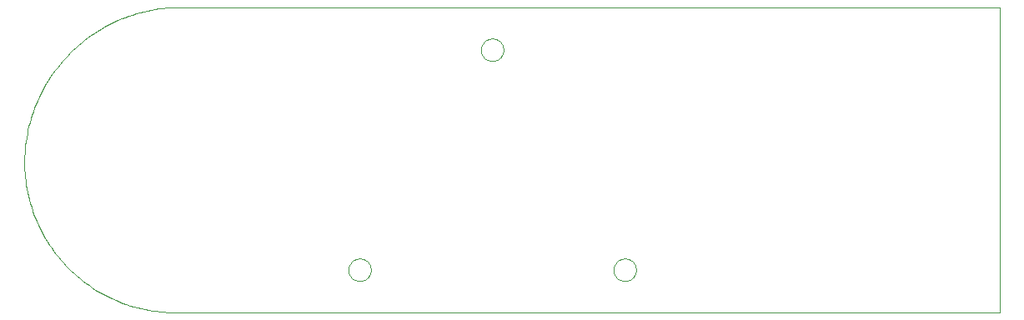
<source format=gbp>
G75*
%MOIN*%
%OFA0B0*%
%FSLAX24Y24*%
%IPPOS*%
%LPD*%
%AMOC8*
5,1,8,0,0,1.08239X$1,22.5*
%
%ADD10C,0.0000*%
D10*
X006701Y001180D02*
X039656Y001180D01*
X039656Y013385D01*
X006982Y013385D01*
X018930Y011680D02*
X018932Y011722D01*
X018938Y011764D01*
X018948Y011805D01*
X018961Y011845D01*
X018979Y011883D01*
X018999Y011920D01*
X019024Y011955D01*
X019051Y011987D01*
X019081Y012016D01*
X019114Y012043D01*
X019149Y012066D01*
X019186Y012086D01*
X019225Y012102D01*
X019265Y012115D01*
X019306Y012124D01*
X019348Y012129D01*
X019391Y012130D01*
X019433Y012127D01*
X019474Y012120D01*
X019515Y012109D01*
X019555Y012095D01*
X019593Y012077D01*
X019629Y012055D01*
X019663Y012030D01*
X019694Y012002D01*
X019723Y011971D01*
X019749Y011938D01*
X019771Y011902D01*
X019791Y011864D01*
X019806Y011825D01*
X019818Y011785D01*
X019826Y011743D01*
X019830Y011701D01*
X019830Y011659D01*
X019826Y011617D01*
X019818Y011575D01*
X019806Y011535D01*
X019791Y011496D01*
X019771Y011458D01*
X019749Y011422D01*
X019723Y011389D01*
X019694Y011358D01*
X019663Y011330D01*
X019629Y011305D01*
X019593Y011283D01*
X019555Y011265D01*
X019515Y011251D01*
X019474Y011240D01*
X019433Y011233D01*
X019391Y011230D01*
X019348Y011231D01*
X019306Y011236D01*
X019265Y011245D01*
X019225Y011258D01*
X019186Y011274D01*
X019149Y011294D01*
X019114Y011317D01*
X019081Y011344D01*
X019051Y011373D01*
X019024Y011405D01*
X018999Y011440D01*
X018979Y011477D01*
X018961Y011515D01*
X018948Y011555D01*
X018938Y011596D01*
X018932Y011638D01*
X018930Y011680D01*
X006983Y013384D02*
X006828Y013385D01*
X006673Y013381D01*
X006518Y013373D01*
X006363Y013362D01*
X006209Y013346D01*
X006055Y013327D01*
X005901Y013304D01*
X005749Y013278D01*
X005597Y013247D01*
X005445Y013213D01*
X005295Y013174D01*
X005146Y013133D01*
X004998Y013087D01*
X004851Y013038D01*
X004705Y012985D01*
X004560Y012928D01*
X004417Y012868D01*
X004276Y012804D01*
X004136Y012737D01*
X003998Y012667D01*
X003862Y012593D01*
X003728Y012515D01*
X003595Y012434D01*
X003465Y012350D01*
X003337Y012263D01*
X003211Y012173D01*
X003087Y012079D01*
X002966Y011983D01*
X002847Y011883D01*
X002730Y011780D01*
X002617Y011675D01*
X002505Y011567D01*
X002397Y011456D01*
X002291Y011342D01*
X002189Y011226D01*
X002089Y011107D01*
X001992Y010986D01*
X001898Y010863D01*
X001808Y010737D01*
X001720Y010609D01*
X001636Y010479D01*
X001555Y010346D01*
X001477Y010212D01*
X001403Y010076D01*
X001332Y009938D01*
X001265Y009798D01*
X001201Y009657D01*
X001141Y009514D01*
X001084Y009370D01*
X001031Y009224D01*
X000981Y009077D01*
X000935Y008929D01*
X000893Y008780D01*
X000855Y008630D01*
X000820Y008478D01*
X000789Y008326D01*
X000762Y008174D01*
X000739Y008020D01*
X000720Y007867D01*
X000704Y007712D01*
X000692Y007558D01*
X000685Y007403D01*
X000681Y007248D01*
X000680Y007248D02*
X000680Y007201D01*
X000682Y007048D01*
X000688Y006896D01*
X000697Y006744D01*
X000711Y006592D01*
X000728Y006440D01*
X000749Y006289D01*
X000774Y006139D01*
X000803Y005989D01*
X000836Y005840D01*
X000872Y005692D01*
X000912Y005545D01*
X000956Y005399D01*
X001004Y005254D01*
X001055Y005110D01*
X001110Y004968D01*
X001168Y004827D01*
X001230Y004687D01*
X001295Y004549D01*
X001364Y004413D01*
X001437Y004279D01*
X001512Y004147D01*
X001591Y004016D01*
X001674Y003888D01*
X001759Y003761D01*
X001848Y003637D01*
X001940Y003516D01*
X002035Y003396D01*
X002133Y003279D01*
X002233Y003165D01*
X002337Y003053D01*
X002444Y002944D01*
X002553Y002837D01*
X002665Y002733D01*
X002779Y002633D01*
X002896Y002535D01*
X003016Y002440D01*
X003137Y002348D01*
X003261Y002259D01*
X003388Y002174D01*
X003516Y002091D01*
X003647Y002012D01*
X003779Y001937D01*
X003913Y001864D01*
X004049Y001795D01*
X004187Y001730D01*
X004327Y001668D01*
X004468Y001610D01*
X004610Y001555D01*
X004754Y001504D01*
X004899Y001456D01*
X005045Y001412D01*
X005192Y001372D01*
X005340Y001336D01*
X005489Y001303D01*
X005639Y001274D01*
X005789Y001249D01*
X005940Y001228D01*
X006092Y001211D01*
X006244Y001197D01*
X006396Y001188D01*
X006548Y001182D01*
X006701Y001180D01*
X013630Y002880D02*
X013632Y002922D01*
X013638Y002964D01*
X013648Y003005D01*
X013661Y003045D01*
X013679Y003083D01*
X013699Y003120D01*
X013724Y003155D01*
X013751Y003187D01*
X013781Y003216D01*
X013814Y003243D01*
X013849Y003266D01*
X013886Y003286D01*
X013925Y003302D01*
X013965Y003315D01*
X014006Y003324D01*
X014048Y003329D01*
X014091Y003330D01*
X014133Y003327D01*
X014174Y003320D01*
X014215Y003309D01*
X014255Y003295D01*
X014293Y003277D01*
X014329Y003255D01*
X014363Y003230D01*
X014394Y003202D01*
X014423Y003171D01*
X014449Y003138D01*
X014471Y003102D01*
X014491Y003064D01*
X014506Y003025D01*
X014518Y002985D01*
X014526Y002943D01*
X014530Y002901D01*
X014530Y002859D01*
X014526Y002817D01*
X014518Y002775D01*
X014506Y002735D01*
X014491Y002696D01*
X014471Y002658D01*
X014449Y002622D01*
X014423Y002589D01*
X014394Y002558D01*
X014363Y002530D01*
X014329Y002505D01*
X014293Y002483D01*
X014255Y002465D01*
X014215Y002451D01*
X014174Y002440D01*
X014133Y002433D01*
X014091Y002430D01*
X014048Y002431D01*
X014006Y002436D01*
X013965Y002445D01*
X013925Y002458D01*
X013886Y002474D01*
X013849Y002494D01*
X013814Y002517D01*
X013781Y002544D01*
X013751Y002573D01*
X013724Y002605D01*
X013699Y002640D01*
X013679Y002677D01*
X013661Y002715D01*
X013648Y002755D01*
X013638Y002796D01*
X013632Y002838D01*
X013630Y002880D01*
X024230Y002880D02*
X024232Y002922D01*
X024238Y002964D01*
X024248Y003005D01*
X024261Y003045D01*
X024279Y003083D01*
X024299Y003120D01*
X024324Y003155D01*
X024351Y003187D01*
X024381Y003216D01*
X024414Y003243D01*
X024449Y003266D01*
X024486Y003286D01*
X024525Y003302D01*
X024565Y003315D01*
X024606Y003324D01*
X024648Y003329D01*
X024691Y003330D01*
X024733Y003327D01*
X024774Y003320D01*
X024815Y003309D01*
X024855Y003295D01*
X024893Y003277D01*
X024929Y003255D01*
X024963Y003230D01*
X024994Y003202D01*
X025023Y003171D01*
X025049Y003138D01*
X025071Y003102D01*
X025091Y003064D01*
X025106Y003025D01*
X025118Y002985D01*
X025126Y002943D01*
X025130Y002901D01*
X025130Y002859D01*
X025126Y002817D01*
X025118Y002775D01*
X025106Y002735D01*
X025091Y002696D01*
X025071Y002658D01*
X025049Y002622D01*
X025023Y002589D01*
X024994Y002558D01*
X024963Y002530D01*
X024929Y002505D01*
X024893Y002483D01*
X024855Y002465D01*
X024815Y002451D01*
X024774Y002440D01*
X024733Y002433D01*
X024691Y002430D01*
X024648Y002431D01*
X024606Y002436D01*
X024565Y002445D01*
X024525Y002458D01*
X024486Y002474D01*
X024449Y002494D01*
X024414Y002517D01*
X024381Y002544D01*
X024351Y002573D01*
X024324Y002605D01*
X024299Y002640D01*
X024279Y002677D01*
X024261Y002715D01*
X024248Y002755D01*
X024238Y002796D01*
X024232Y002838D01*
X024230Y002880D01*
M02*

</source>
